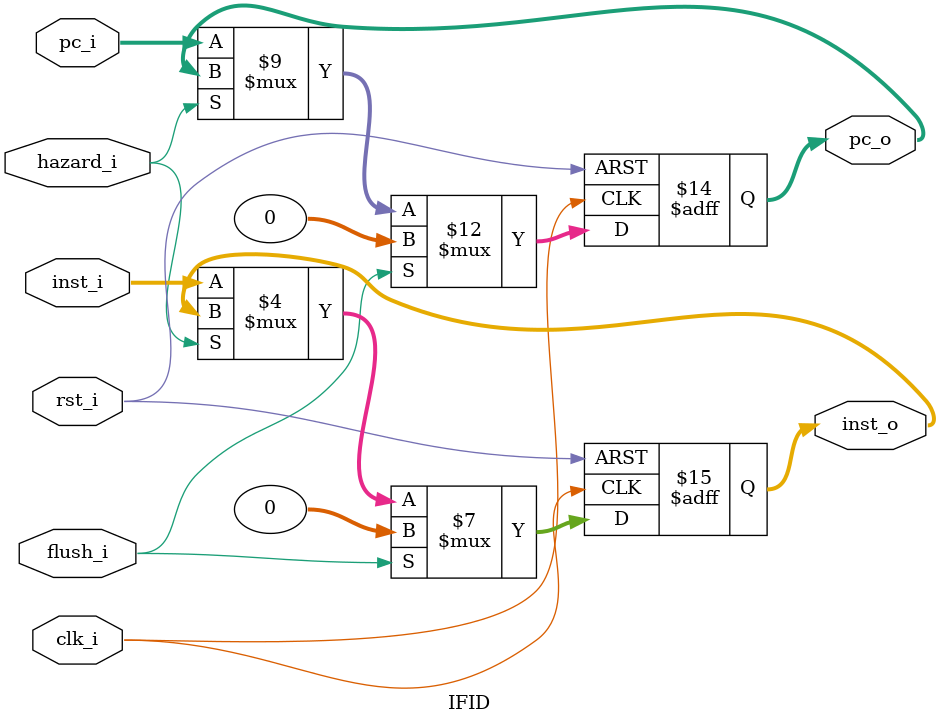
<source format=v>
module IFID(
    clk_i,
    rst_i,
    pc_i,
    hazard_i,
    flush_i,
    inst_i,
    inst_o,
    pc_o
);

input				clk_i, rst_i, hazard_i, flush_i;
input	[31:0]		pc_i, inst_i;
output	[31:0]		pc_o, inst_o;

reg 	[31:0]		pc_o, inst_o;


always@(posedge clk_i or negedge rst_i) begin
	if(~rst_i) begin
		pc_o = 32'b0;
		inst_o = 32'b0;
	end
	else if(flush_i) begin
		pc_o <= 32'b0;
		inst_o <= 32'b0;
	end
	else if(!hazard_i) begin
		pc_o <= pc_i;
		inst_o <= inst_i;
	end
end

endmodule
</source>
